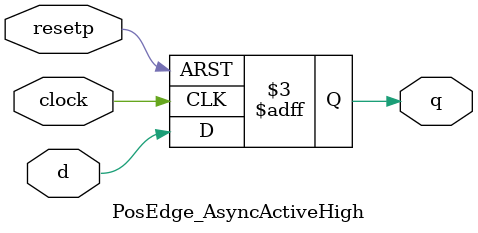
<source format=v>
`timescale 1ns / 1ps
`default_nettype none

module top(SW, LEDR); 
	input[9:0]SW;
	output[9:0]LEDR;

	PosEdge_AsyncActiveHigh u0(SW[0], SW[9], SW[1], LEDR[0]);

endmodule

module PosEdge_AsyncActiveHigh(d, clock, resetp, q);
    input d, clock, resetp;
    output reg q;
	 
    always@(posedge clock, posedge resetp) 
        begin
            if (resetp == 1'b1)
                q <= 0; 
            else
                q <= d;
        end
endmodule

</source>
